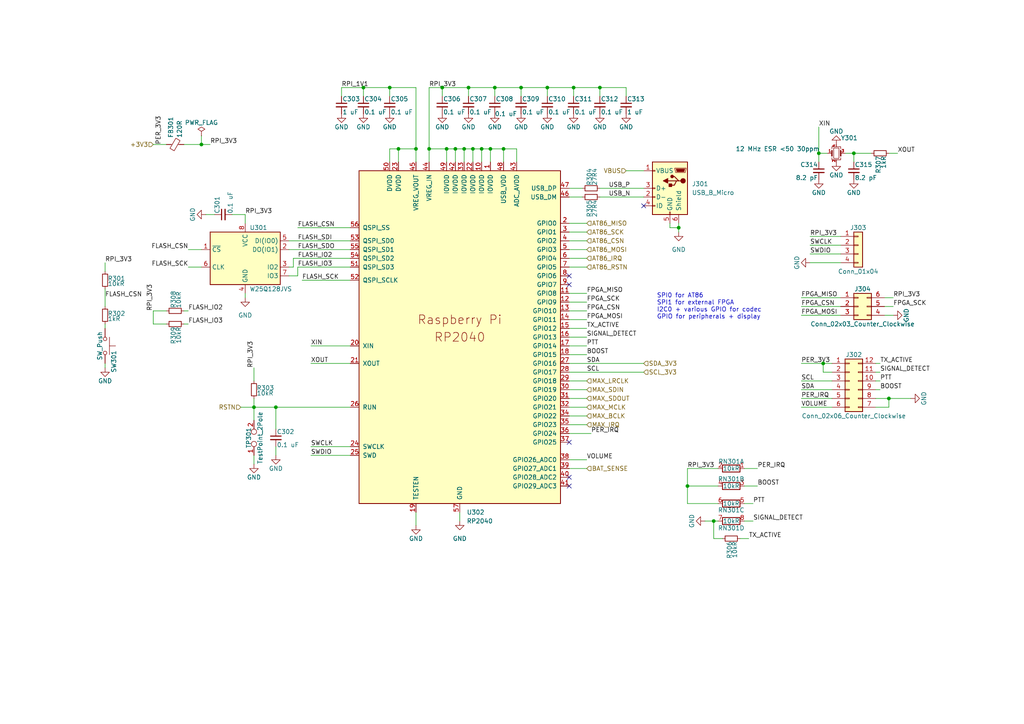
<source format=kicad_sch>
(kicad_sch (version 20211123) (generator eeschema)
  (paper "A4")
  (lib_symbols
    (symbol "Connector:TestPoint_2Pole" (pin_names (offset 0.762) hide)
      (property "Reference" "TP" (at 0 1.524 0))
      (property "Value" "TestPoint_2Pole" (at 0 -1.778 0))
      (symbol "TestPoint_2Pole_0_1"
        (circle (center -1.778 0) (radius 0.762))
        (circle (center 1.778 0) (radius 0.762))
        (pin passive line (at -5.08 0 0) (length 2.54) (name "1") (number "1"))
        (pin passive line (at 5.08 0 180) (length 2.54) (name "2") (number "2"))
      )
    )
    (symbol "Connector:USB_B_Micro" (pin_names (offset 1.016))
      (property "Reference" "J" (at -5.08 11.43 0))
      (property "Value" "USB_B_Micro" (at -5.08 8.89 0))
      (symbol "USB_B_Micro_0_1"
        (rectangle (start -5.08 -7.62) (end 5.08 7.62) (stroke (width 0.254)) (fill (type background)))
        (circle (center -3.81 2.159) (radius 0.635) (stroke (width 0.254)) (fill (type outline)))
        (circle (center -0.635 3.429) (radius 0.381) (stroke (width 0.254)) (fill (type outline)))
        (rectangle (start -0.127 -7.62) (end 0.127 -6.858))
        (polyline (pts (xy -1.905 2.159) (xy 0.635 2.159)) (stroke (width 0.254)))
        (polyline (pts (xy -3.175 2.159) (xy -2.54 2.159) (xy -1.27 3.429) (xy -0.635 3.429)) (stroke (width 0.254)))
        (polyline (pts (xy -2.54 2.159) (xy -1.905 2.159) (xy -1.27 0.889) (xy 0 0.889)) (stroke (width 0.254)))
        (polyline (pts (xy 0.635 2.794) (xy 0.635 1.524) (xy 1.905 2.159) (xy 0.635 2.794)) (stroke (width 0.254)) (fill (type outline)))
        (polyline (pts (xy -4.318 5.588) (xy -1.778 5.588) (xy -2.032 4.826) (xy -4.064 4.826) (xy -4.318 5.588)) (fill (type outline)))
        (polyline (pts (xy -4.699 5.842) (xy -4.699 5.588) (xy -4.445 4.826) (xy -4.445 4.572) (xy -1.651 4.572) (xy -1.651 4.826) (xy -1.397 5.588) (xy -1.397 5.842) (xy -4.699 5.842)))
        (rectangle (start 0.254 1.27) (end -0.508 0.508) (stroke (width 0.254)) (fill (type outline)))
        (rectangle (start 5.08 -5.207) (end 4.318 -4.953))
        (rectangle (start 5.08 -2.667) (end 4.318 -2.413))
        (rectangle (start 5.08 -0.127) (end 4.318 0.127))
        (rectangle (start 5.08 4.953) (end 4.318 5.207))
      )
      (symbol "USB_B_Micro_1_1"
        (pin power_out line (at 7.62 5.08 180) (length 2.54) (name "VBUS") (number "1"))
        (pin bidirectional line (at 7.62 -2.54 180) (length 2.54) (name "D-") (number "2"))
        (pin bidirectional line (at 7.62 0 180) (length 2.54) (name "D+") (number "3"))
        (pin passive line (at 7.62 -5.08 180) (length 2.54) (name "ID") (number "4"))
        (pin power_out line (at 0 -10.16 90) (length 2.54) (name "GND") (number "5"))
        (pin passive line (at -2.54 -10.16 90) (length 2.54) (name "Shield") (number "6"))
      )
    )
    (symbol "Connector_Generic:Conn_01x04" (pin_names (offset 1.016) hide)
      (property "Reference" "J" (at 0 5.08 0))
      (property "Value" "Conn_01x04" (at 0 -7.62 0))
      (symbol "Conn_01x04_1_1"
        (rectangle (start -1.27 -4.953) (end 0 -5.207) (stroke (width 0.1524)))
        (rectangle (start -1.27 -2.413) (end 0 -2.667) (stroke (width 0.1524)))
        (rectangle (start -1.27 0.127) (end 0 -0.127) (stroke (width 0.1524)))
        (rectangle (start -1.27 2.667) (end 0 2.413) (stroke (width 0.1524)))
        (rectangle (start -1.27 3.81) (end 1.27 -6.35) (stroke (width 0.254)) (fill (type background)))
        (pin passive line (at -5.08 2.54 0) (length 3.81) (name "Pin_1") (number "1"))
        (pin passive line (at -5.08 0 0) (length 3.81) (name "Pin_2") (number "2"))
        (pin passive line (at -5.08 -2.54 0) (length 3.81) (name "Pin_3") (number "3"))
        (pin passive line (at -5.08 -5.08 0) (length 3.81) (name "Pin_4") (number "4"))
      )
    )
    (symbol "Connector_Generic:Conn_02x03_Counter_Clockwise" (pin_names (offset 1.016) hide)
      (property "Reference" "J" (at 1.27 5.08 0))
      (property "Value" "Conn_02x03_Counter_Clockwise" (at 1.27 -5.08 0))
      (symbol "Conn_02x03_Counter_Clockwise_1_1"
        (rectangle (start -1.27 -2.413) (end 0 -2.667) (stroke (width 0.1524)))
        (rectangle (start -1.27 0.127) (end 0 -0.127) (stroke (width 0.1524)))
        (rectangle (start -1.27 2.667) (end 0 2.413) (stroke (width 0.1524)))
        (rectangle (start -1.27 3.81) (end 3.81 -3.81) (stroke (width 0.254)) (fill (type background)))
        (rectangle (start 3.81 -2.413) (end 2.54 -2.667) (stroke (width 0.1524)))
        (rectangle (start 3.81 0.127) (end 2.54 -0.127) (stroke (width 0.1524)))
        (rectangle (start 3.81 2.667) (end 2.54 2.413) (stroke (width 0.1524)))
        (pin passive line (at -5.08 2.54 0) (length 3.81) (name "Pin_1") (number "1"))
        (pin passive line (at -5.08 0 0) (length 3.81) (name "Pin_2") (number "2"))
        (pin passive line (at -5.08 -2.54 0) (length 3.81) (name "Pin_3") (number "3"))
        (pin passive line (at 7.62 -2.54 180) (length 3.81) (name "Pin_4") (number "4"))
        (pin passive line (at 7.62 0 180) (length 3.81) (name "Pin_5") (number "5"))
        (pin passive line (at 7.62 2.54 180) (length 3.81) (name "Pin_6") (number "6"))
      )
    )
    (symbol "Connector_Generic:Conn_02x06_Counter_Clockwise" (pin_names (offset 1.016) hide)
      (property "Reference" "J" (at 1.27 7.62 0))
      (property "Value" "Conn_02x06_Counter_Clockwise" (at 1.27 -10.16 0))
      (symbol "Conn_02x06_Counter_Clockwise_1_1"
        (rectangle (start -1.27 -7.493) (end 0 -7.747) (stroke (width 0.1524)))
        (rectangle (start -1.27 -4.953) (end 0 -5.207) (stroke (width 0.1524)))
        (rectangle (start -1.27 -2.413) (end 0 -2.667) (stroke (width 0.1524)))
        (rectangle (start -1.27 0.127) (end 0 -0.127) (stroke (width 0.1524)))
        (rectangle (start -1.27 2.667) (end 0 2.413) (stroke (width 0.1524)))
        (rectangle (start -1.27 5.207) (end 0 4.953) (stroke (width 0.1524)))
        (rectangle (start -1.27 6.35) (end 3.81 -8.89) (stroke (width 0.254)) (fill (type background)))
        (rectangle (start 3.81 -7.493) (end 2.54 -7.747) (stroke (width 0.1524)))
        (rectangle (start 3.81 -4.953) (end 2.54 -5.207) (stroke (width 0.1524)))
        (rectangle (start 3.81 -2.413) (end 2.54 -2.667) (stroke (width 0.1524)))
        (rectangle (start 3.81 0.127) (end 2.54 -0.127) (stroke (width 0.1524)))
        (rectangle (start 3.81 2.667) (end 2.54 2.413) (stroke (width 0.1524)))
        (rectangle (start 3.81 5.207) (end 2.54 4.953) (stroke (width 0.1524)))
        (pin passive line (at -5.08 5.08 0) (length 3.81) (name "Pin_1") (number "1"))
        (pin passive line (at 7.62 0 180) (length 3.81) (name "Pin_10") (number "10"))
        (pin passive line (at 7.62 2.54 180) (length 3.81) (name "Pin_11") (number "11"))
        (pin passive line (at 7.62 5.08 180) (length 3.81) (name "Pin_12") (number "12"))
        (pin passive line (at -5.08 2.54 0) (length 3.81) (name "Pin_2") (number "2"))
        (pin passive line (at -5.08 0 0) (length 3.81) (name "Pin_3") (number "3"))
        (pin passive line (at -5.08 -2.54 0) (length 3.81) (name "Pin_4") (number "4"))
        (pin passive line (at -5.08 -5.08 0) (length 3.81) (name "Pin_5") (number "5"))
        (pin passive line (at -5.08 -7.62 0) (length 3.81) (name "Pin_6") (number "6"))
        (pin passive line (at 7.62 -7.62 180) (length 3.81) (name "Pin_7") (number "7"))
        (pin passive line (at 7.62 -5.08 180) (length 3.81) (name "Pin_8") (number "8"))
        (pin passive line (at 7.62 -2.54 180) (length 3.81) (name "Pin_9") (number "9"))
      )
    )
    (symbol "Device:C_Small" (pin_numbers hide) (pin_names (offset 0.254) hide)
      (property "Reference" "C" (at 0.254 1.778 0))
      (property "Value" "C_Small" (at 0.254 -2.032 0))
      (symbol "C_Small_0_1"
        (polyline (pts (xy -1.524 -0.508) (xy 1.524 -0.508)) (stroke (width 0.3302)))
        (polyline (pts (xy -1.524 0.508) (xy 1.524 0.508)) (stroke (width 0.3048)))
      )
      (symbol "C_Small_1_1"
        (pin passive line (at 0 2.54 270) (length 2.032) (name "~") (number "1"))
        (pin passive line (at 0 -2.54 90) (length 2.032) (name "~") (number "2"))
      )
    )
    (symbol "Device:Crystal_GND24_Small" (pin_names (offset 1.016) hide)
      (property "Reference" "Y" (at 1.27 4.445 0))
      (property "Value" "Crystal_GND24_Small" (at 1.27 2.54 0))
      (symbol "Crystal_GND24_Small_0_1"
        (rectangle (start -0.762 -1.524) (end 0.762 1.524))
        (polyline (pts (xy -1.27 -0.762) (xy -1.27 0.762)) (stroke (width 0.381)))
        (polyline (pts (xy 1.27 -0.762) (xy 1.27 0.762)) (stroke (width 0.381)))
        (polyline (pts (xy -1.27 -1.27) (xy -1.27 -1.905) (xy 1.27 -1.905) (xy 1.27 -1.27)))
        (polyline (pts (xy -1.27 1.27) (xy -1.27 1.905) (xy 1.27 1.905) (xy 1.27 1.27)))
      )
      (symbol "Crystal_GND24_Small_1_1"
        (pin passive line (at -2.54 0 0) (length 1.27) (name "1") (number "1"))
        (pin passive line (at 0 -2.54 90) (length 0.635) (name "2") (number "2"))
        (pin passive line (at 2.54 0 180) (length 1.27) (name "3") (number "3"))
        (pin passive line (at 0 2.54 270) (length 0.635) (name "4") (number "4"))
      )
    )
    (symbol "Device:FerriteBead_Small" (pin_numbers hide) (pin_names (offset 0))
      (property "Reference" "FB" (at 1.905 1.27 0))
      (property "Value" "FerriteBead_Small" (at 1.905 -1.27 0))
      (symbol "FerriteBead_Small_0_1"
        (polyline (pts (xy 0 -1.27) (xy 0 -0.7874)))
        (polyline (pts (xy 0 0.889) (xy 0 1.2954)))
        (polyline (pts (xy -1.8288 0.2794) (xy -1.1176 1.4986) (xy 1.8288 -0.2032) (xy 1.1176 -1.4224) (xy -1.8288 0.2794)))
      )
      (symbol "FerriteBead_Small_1_1"
        (pin passive line (at 0 2.54 270) (length 1.27) (name "~") (number "1"))
        (pin passive line (at 0 -2.54 90) (length 1.27) (name "~") (number "2"))
      )
    )
    (symbol "Device:R_Pack04_SIP_Split" (pin_names (offset 0) hide)
      (property "Reference" "RN" (at 2.032 0 90))
      (property "Value" "R_Pack04_SIP_Split" (at 0 0 90))
      (symbol "R_Pack04_SIP_Split_0_1"
        (rectangle (start 1.016 2.54) (end -1.016 -2.54) (stroke (width 0.254)))
      )
      (symbol "R_Pack04_SIP_Split_1_1"
        (pin passive line (at 0 -3.81 90) (length 1.27) (name "R1.1") (number "1"))
        (pin passive line (at 0 3.81 270) (length 1.27) (name "R1.2") (number "2"))
      )
      (symbol "R_Pack04_SIP_Split_2_1"
        (pin passive line (at 0 -3.81 90) (length 1.27) (name "R2.1") (number "3"))
        (pin passive line (at 0 3.81 270) (length 1.27) (name "R2.2") (number "4"))
      )
      (symbol "R_Pack04_SIP_Split_3_1"
        (pin passive line (at 0 -3.81 90) (length 1.27) (name "R3.1") (number "5"))
        (pin passive line (at 0 3.81 270) (length 1.27) (name "R3.2") (number "6"))
      )
      (symbol "R_Pack04_SIP_Split_4_1"
        (pin passive line (at 0 -3.81 90) (length 1.27) (name "R4.1") (number "7"))
        (pin passive line (at 0 3.81 270) (length 1.27) (name "R4.2") (number "8"))
      )
    )
    (symbol "Device:R_Small" (pin_numbers hide) (pin_names (offset 0.254) hide)
      (property "Reference" "R" (at 0.762 0.508 0))
      (property "Value" "R_Small" (at 0.762 -1.016 0))
      (symbol "R_Small_0_1"
        (rectangle (start -0.762 1.778) (end 0.762 -1.778) (stroke (width 0.2032)))
      )
      (symbol "R_Small_1_1"
        (pin passive line (at 0 2.54 270) (length 0.762) (name "~") (number "1"))
        (pin passive line (at 0 -2.54 90) (length 0.762) (name "~") (number "2"))
      )
    )
    (symbol "MCU_RaspberryPi_and_Boards:RP2040" (pin_names (offset 1.016))
      (property "Reference" "U" (at -29.21 49.53 0))
      (property "Value" "RP2040" (at 24.13 -49.53 0))
      (symbol "RP2040_0_0"
        (text "Raspberry Pi" (at 0 5.08 0) (effects (font (size 2.54 2.54))))
        (text "RP2040" (at 0 0 0) (effects (font (size 2.54 2.54))))
      )
      (symbol "RP2040_0_1"
        (rectangle (start 29.21 48.26) (end -29.21 -48.26) (stroke (width 0.254)) (fill (type background)))
      )
      (symbol "RP2040_1_1"
        (pin power_in line (at 8.89 50.8 270) (length 2.54) (name "IOVDD") (number "1"))
        (pin power_in line (at 6.35 50.8 270) (length 2.54) (name "IOVDD") (number "10"))
        (pin bidirectional line (at 31.75 12.7 180) (length 2.54) (name "GPIO8") (number "11"))
        (pin bidirectional line (at 31.75 10.16 180) (length 2.54) (name "GPIO9") (number "12"))
        (pin bidirectional line (at 31.75 7.62 180) (length 2.54) (name "GPIO10") (number "13"))
        (pin bidirectional line (at 31.75 5.08 180) (length 2.54) (name "GPIO11") (number "14"))
        (pin bidirectional line (at 31.75 2.54 180) (length 2.54) (name "GPIO12") (number "15"))
        (pin bidirectional line (at 31.75 0 180) (length 2.54) (name "GPIO13") (number "16"))
        (pin bidirectional line (at 31.75 -2.54 180) (length 2.54) (name "GPIO14") (number "17"))
        (pin bidirectional line (at 31.75 -5.08 180) (length 2.54) (name "GPIO15") (number "18"))
        (pin passive line (at -12.7 -50.8 90) (length 2.54) (name "TESTEN") (number "19"))
        (pin bidirectional line (at 31.75 33.02 180) (length 2.54) (name "GPIO0") (number "2"))
        (pin input line (at -31.75 -2.54 0) (length 2.54) (name "XIN") (number "20"))
        (pin passive line (at -31.75 -7.62 0) (length 2.54) (name "XOUT") (number "21"))
        (pin power_in line (at 3.81 50.8 270) (length 2.54) (name "IOVDD") (number "22"))
        (pin power_in line (at -17.78 50.8 270) (length 2.54) (name "DVDD") (number "23"))
        (pin output line (at -31.75 -31.75 0) (length 2.54) (name "SWCLK") (number "24"))
        (pin bidirectional line (at -31.75 -34.29 0) (length 2.54) (name "SWD") (number "25"))
        (pin input line (at -31.75 -20.32 0) (length 2.54) (name "RUN") (number "26"))
        (pin bidirectional line (at 31.75 -7.62 180) (length 2.54) (name "GPIO16") (number "27"))
        (pin bidirectional line (at 31.75 -10.16 180) (length 2.54) (name "GPIO17") (number "28"))
        (pin bidirectional line (at 31.75 -12.7 180) (length 2.54) (name "GPIO18") (number "29"))
        (pin bidirectional line (at 31.75 30.48 180) (length 2.54) (name "GPIO1") (number "3"))
        (pin bidirectional line (at 31.75 -15.24 180) (length 2.54) (name "GPIO19") (number "30"))
        (pin bidirectional line (at 31.75 -17.78 180) (length 2.54) (name "GPIO20") (number "31"))
        (pin bidirectional line (at 31.75 -20.32 180) (length 2.54) (name "GPIO21") (number "32"))
        (pin power_in line (at 1.27 50.8 270) (length 2.54) (name "IOVDD") (number "33"))
        (pin bidirectional line (at 31.75 -22.86 180) (length 2.54) (name "GPIO22") (number "34"))
        (pin bidirectional line (at 31.75 -25.4 180) (length 2.54) (name "GPIO23") (number "35"))
        (pin bidirectional line (at 31.75 -27.94 180) (length 2.54) (name "GPIO24") (number "36"))
        (pin bidirectional line (at 31.75 -30.48 180) (length 2.54) (name "GPIO25") (number "37"))
        (pin bidirectional line (at 31.75 -35.56 180) (length 2.54) (name "GPIO26_ADC0") (number "38"))
        (pin bidirectional line (at 31.75 -38.1 180) (length 2.54) (name "GPIO27_ADC1") (number "39"))
        (pin bidirectional line (at 31.75 27.94 180) (length 2.54) (name "GPIO2") (number "4"))
        (pin bidirectional line (at 31.75 -40.64 180) (length 2.54) (name "GPIO28_ADC2") (number "40"))
        (pin bidirectional line (at 31.75 -43.18 180) (length 2.54) (name "GPIO29_ADC3") (number "41"))
        (pin power_in line (at -1.27 50.8 270) (length 2.54) (name "IOVDD") (number "42"))
        (pin power_in line (at 16.51 50.8 270) (length 2.54) (name "ADC_AVDD") (number "43"))
        (pin power_in line (at -8.89 50.8 270) (length 2.54) (name "VREG_IN") (number "44"))
        (pin power_out line (at -12.7 50.8 270) (length 2.54) (name "VREG_VOUT") (number "45"))
        (pin bidirectional line (at 31.75 40.64 180) (length 2.54) (name "USB_DM") (number "46"))
        (pin bidirectional line (at 31.75 43.18 180) (length 2.54) (name "USB_DP") (number "47"))
        (pin power_in line (at 12.7 50.8 270) (length 2.54) (name "USB_VDD") (number "48"))
        (pin power_in line (at -3.81 50.8 270) (length 2.54) (name "IOVDD") (number "49"))
        (pin bidirectional line (at 31.75 25.4 180) (length 2.54) (name "GPIO3") (number "5"))
        (pin power_in line (at -20.32 50.8 270) (length 2.54) (name "DVDD") (number "50"))
        (pin bidirectional line (at -31.75 20.32 0) (length 2.54) (name "QSPI_SD3") (number "51"))
        (pin output line (at -31.75 16.51 0) (length 2.54) (name "QSPI_SCLK") (number "52"))
        (pin bidirectional line (at -31.75 27.94 0) (length 2.54) (name "QSPI_SD0") (number "53"))
        (pin bidirectional line (at -31.75 22.86 0) (length 2.54) (name "QSPI_SD2") (number "54"))
        (pin bidirectional line (at -31.75 25.4 0) (length 2.54) (name "QSPI_SD1") (number "55"))
        (pin bidirectional line (at -31.75 31.75 0) (length 2.54) (name "QSPI_SS") (number "56"))
        (pin power_in line (at 0 -50.8 90) (length 2.54) (name "GND") (number "57"))
        (pin bidirectional line (at 31.75 22.86 180) (length 2.54) (name "GPIO4") (number "6"))
        (pin bidirectional line (at 31.75 20.32 180) (length 2.54) (name "GPIO5") (number "7"))
        (pin bidirectional line (at 31.75 17.78 180) (length 2.54) (name "GPIO6") (number "8"))
        (pin bidirectional line (at 31.75 15.24 180) (length 2.54) (name "GPIO7") (number "9"))
      )
    )
    (symbol "Memory_Flash:W25Q128JVS"
      (property "Reference" "U" (at -8.89 8.89 0))
      (property "Value" "W25Q128JVS" (at 7.62 8.89 0))
      (symbol "W25Q128JVS_0_1"
        (rectangle (start -10.16 7.62) (end 10.16 -7.62) (stroke (width 0.254)) (fill (type background)))
      )
      (symbol "W25Q128JVS_1_1"
        (pin input line (at -12.7 2.54 0) (length 2.54) (name "~{CS}") (number "1"))
        (pin bidirectional line (at 12.7 2.54 180) (length 2.54) (name "DO(IO1)") (number "2"))
        (pin bidirectional line (at 12.7 -2.54 180) (length 2.54) (name "IO2") (number "3"))
        (pin power_in line (at 0 -10.16 90) (length 2.54) (name "GND") (number "4"))
        (pin bidirectional line (at 12.7 5.08 180) (length 2.54) (name "DI(IO0)") (number "5"))
        (pin input line (at -12.7 -2.54 0) (length 2.54) (name "CLK") (number "6"))
        (pin bidirectional line (at 12.7 -5.08 180) (length 2.54) (name "IO3") (number "7"))
        (pin power_in line (at 0 10.16 270) (length 2.54) (name "VCC") (number "8"))
      )
    )
    (symbol "Switch:SW_Push" (pin_numbers hide) (pin_names (offset 1.016) hide)
      (property "Reference" "SW" (at 1.27 2.54 0))
      (property "Value" "SW_Push" (at 0 -1.524 0))
      (symbol "SW_Push_0_1"
        (circle (center -2.032 0) (radius 0.508))
        (polyline (pts (xy 0 1.27) (xy 0 3.048)))
        (polyline (pts (xy 2.54 1.27) (xy -2.54 1.27)))
        (circle (center 2.032 0) (radius 0.508))
        (pin passive line (at -5.08 0 0) (length 2.54) (name "1") (number "1"))
        (pin passive line (at 5.08 0 180) (length 2.54) (name "2") (number "2"))
      )
    )
    (symbol "power:GND" (power) (pin_names (offset 0))
      (property "Value" "GND" (at 0 -3.81 0))
      (symbol "GND_0_1"
        (polyline (pts (xy 0 0) (xy 0 -1.27) (xy 1.27 -1.27) (xy 0 -2.54) (xy -1.27 -1.27) (xy 0 -1.27)))
      )
      (symbol "GND_1_1"
        (pin power_in line (at 0 0 270) (length 0) hide (name "GND") (number "1"))
      )
    )
    (symbol "power:PWR_FLAG" (power) (pin_numbers hide) (pin_names (offset 0) hide)
      (property "Value" "PWR_FLAG" (at 0 3.81 0))
      (symbol "PWR_FLAG_0_0"
        (pin power_out line (at 0 0 90) (length 0) (name "pwr") (number "1"))
      )
      (symbol "PWR_FLAG_0_1"
        (polyline (pts (xy 0 0) (xy 0 1.27) (xy -1.016 1.905) (xy 0 2.54) (xy 1.016 1.905) (xy 0 1.27)))
      )
    )
  )
  (junction (at 58.42 41.91))
  (junction (at 237.49 44.45))
  (junction (at 113.03 25.4))
  (junction (at 120.65 43.18))
  (junction (at 137.16 43.18))
  (junction (at 247.65 44.45))
  (junction (at 135.89 25.4))
  (junction (at 166.37 25.4))
  (junction (at 142.24 43.18))
  (junction (at 158.75 25.4))
  (junction (at 80.01 118.11))
  (junction (at 139.7 43.18))
  (junction (at 73.66 118.11))
  (junction (at 115.57 43.18))
  (junction (at 124.46 43.18))
  (junction (at 134.62 43.18))
  (junction (at 128.27 25.4))
  (junction (at 143.51 25.4))
  (junction (at 173.99 25.4))
  (junction (at 132.08 43.18))
  (junction (at 199.39 140.97))
  (junction (at 238.76 105.41))
  (junction (at 146.05 43.18))
  (junction (at 105.41 25.4))
  (junction (at 196.85 66.04))
  (junction (at 207.01 151.13))
  (junction (at 151.13 25.4))
  (junction (at 129.54 43.18))
  (junction (at 257.81 115.57))
  (no_connect (at 186.69 59.69))
  (no_connect (at 165.1 140.97))
  (no_connect (at 165.1 128.27))
  (no_connect (at 165.1 138.43))
  (no_connect (at 165.1 80.01))
  (no_connect (at 165.1 82.55))
  (wire (pts (xy 234.95 68.58) (xy 243.84 68.58)))
  (wire (pts (xy 165.1 67.31) (xy 170.18 67.31)))
  (wire (pts (xy 173.99 25.4) (xy 181.61 25.4)))
  (wire (pts (xy 73.66 132.08) (xy 73.66 134.62)))
  (wire (pts (xy 44.45 41.91) (xy 48.26 41.91)))
  (wire (pts (xy 129.54 43.18) (xy 129.54 46.99)))
  (wire (pts (xy 151.13 25.4) (xy 158.75 25.4)))
  (wire (pts (xy 71.12 85.09) (xy 71.12 86.36)))
  (wire (pts (xy 73.66 118.11) (xy 73.66 121.92)))
  (wire (pts (xy 128.27 25.4) (xy 135.89 25.4)))
  (wire (pts (xy 199.39 146.05) (xy 208.28 146.05)))
  (wire (pts (xy 86.36 77.47) (xy 86.36 80.01)))
  (wire (pts (xy 71.12 62.23) (xy 71.12 64.77)))
  (wire (pts (xy 134.62 43.18) (xy 134.62 46.99)))
  (wire (pts (xy 73.66 115.57) (xy 73.66 118.11)))
  (wire (pts (xy 120.65 43.18) (xy 120.65 25.4)))
  (wire (pts (xy 87.63 81.28) (xy 101.6 81.28)))
  (wire (pts (xy 165.1 110.49) (xy 170.18 110.49)))
  (wire (pts (xy 232.41 110.49) (xy 241.3 110.49)))
  (wire (pts (xy 132.08 43.18) (xy 132.08 46.99)))
  (wire (pts (xy 234.95 73.66) (xy 243.84 73.66)))
  (wire (pts (xy 165.1 74.93) (xy 170.18 74.93)))
  (wire (pts (xy 232.41 115.57) (xy 241.3 115.57)))
  (wire (pts (xy 165.1 115.57) (xy 170.18 115.57)))
  (wire (pts (xy 245.11 44.45) (xy 247.65 44.45)))
  (wire (pts (xy 256.54 86.36) (xy 259.08 86.36)))
  (wire (pts (xy 73.66 106.68) (xy 73.66 110.49)))
  (wire (pts (xy 196.85 66.04) (xy 196.85 67.31)))
  (wire (pts (xy 30.48 105.41) (xy 30.48 106.68)))
  (wire (pts (xy 194.31 64.77) (xy 194.31 66.04)))
  (wire (pts (xy 124.46 25.4) (xy 124.46 43.18)))
  (wire (pts (xy 30.48 93.98) (xy 30.48 95.25)))
  (wire (pts (xy 165.1 135.89) (xy 170.18 135.89)))
  (wire (pts (xy 135.89 25.4) (xy 143.51 25.4)))
  (wire (pts (xy 165.1 90.17) (xy 170.18 90.17)))
  (wire (pts (xy 143.51 25.4) (xy 151.13 25.4)))
  (wire (pts (xy 80.01 129.54) (xy 80.01 132.08)))
  (wire (pts (xy 194.31 66.04) (xy 196.85 66.04)))
  (wire (pts (xy 165.1 118.11) (xy 170.18 118.11)))
  (wire (pts (xy 173.99 54.61) (xy 186.69 54.61)))
  (wire (pts (xy 199.39 140.97) (xy 199.39 146.05)))
  (wire (pts (xy 124.46 46.99) (xy 124.46 43.18)))
  (wire (pts (xy 165.1 92.71) (xy 170.18 92.71)))
  (wire (pts (xy 44.45 93.98) (xy 48.26 93.98)))
  (wire (pts (xy 85.09 74.93) (xy 101.6 74.93)))
  (wire (pts (xy 232.41 105.41) (xy 238.76 105.41)))
  (wire (pts (xy 58.42 41.91) (xy 60.96 41.91)))
  (wire (pts (xy 135.89 25.4) (xy 135.89 27.94)))
  (wire (pts (xy 254 115.57) (xy 257.81 115.57)))
  (wire (pts (xy 257.81 118.11) (xy 254 118.11)))
  (wire (pts (xy 234.95 76.2) (xy 243.84 76.2)))
  (wire (pts (xy 113.03 25.4) (xy 113.03 27.94)))
  (wire (pts (xy 134.62 43.18) (xy 137.16 43.18)))
  (wire (pts (xy 105.41 25.4) (xy 113.03 25.4)))
  (wire (pts (xy 101.6 77.47) (xy 86.36 77.47)))
  (wire (pts (xy 257.81 115.57) (xy 257.81 118.11)))
  (wire (pts (xy 232.41 86.36) (xy 243.84 86.36)))
  (wire (pts (xy 80.01 118.11) (xy 80.01 124.46)))
  (wire (pts (xy 215.9 135.89) (xy 219.71 135.89)))
  (wire (pts (xy 165.1 123.19) (xy 170.18 123.19)))
  (wire (pts (xy 143.51 25.4) (xy 143.51 27.94)))
  (wire (pts (xy 165.1 72.39) (xy 170.18 72.39)))
  (wire (pts (xy 59.69 62.23) (xy 62.23 62.23)))
  (wire (pts (xy 137.16 43.18) (xy 137.16 46.99)))
  (wire (pts (xy 165.1 77.47) (xy 170.18 77.47)))
  (wire (pts (xy 247.65 44.45) (xy 247.65 46.99)))
  (wire (pts (xy 165.1 54.61) (xy 168.91 54.61)))
  (wire (pts (xy 30.48 83.82) (xy 30.48 88.9)))
  (wire (pts (xy 165.1 107.95) (xy 186.69 107.95)))
  (wire (pts (xy 232.41 113.03) (xy 241.3 113.03)))
  (wire (pts (xy 196.85 64.77) (xy 196.85 66.04)))
  (wire (pts (xy 181.61 27.94) (xy 181.61 25.4)))
  (wire (pts (xy 53.34 41.91) (xy 58.42 41.91)))
  (wire (pts (xy 165.1 64.77) (xy 170.18 64.77)))
  (wire (pts (xy 90.17 100.33) (xy 101.6 100.33)))
  (wire (pts (xy 165.1 100.33) (xy 170.18 100.33)))
  (wire (pts (xy 129.54 43.18) (xy 132.08 43.18)))
  (wire (pts (xy 166.37 25.4) (xy 173.99 25.4)))
  (wire (pts (xy 238.76 105.41) (xy 238.76 107.95)))
  (wire (pts (xy 132.08 43.18) (xy 134.62 43.18)))
  (wire (pts (xy 165.1 125.73) (xy 171.45 125.73)))
  (wire (pts (xy 83.82 72.39) (xy 101.6 72.39)))
  (wire (pts (xy 256.54 88.9) (xy 259.08 88.9)))
  (wire (pts (xy 234.95 71.12) (xy 243.84 71.12)))
  (wire (pts (xy 207.01 156.21) (xy 207.01 151.13)))
  (wire (pts (xy 165.1 85.09) (xy 170.18 85.09)))
  (wire (pts (xy 124.46 43.18) (xy 129.54 43.18)))
  (wire (pts (xy 256.54 91.44) (xy 259.08 91.44)))
  (wire (pts (xy 207.01 151.13) (xy 208.28 151.13)))
  (wire (pts (xy 58.42 39.37) (xy 58.42 41.91)))
  (wire (pts (xy 173.99 25.4) (xy 173.99 27.94)))
  (wire (pts (xy 254 107.95) (xy 255.27 107.95)))
  (wire (pts (xy 204.47 151.13) (xy 207.01 151.13)))
  (wire (pts (xy 85.09 77.47) (xy 85.09 74.93)))
  (wire (pts (xy 215.9 146.05) (xy 218.44 146.05)))
  (wire (pts (xy 86.36 80.01) (xy 83.82 80.01)))
  (wire (pts (xy 149.86 43.18) (xy 149.86 46.99)))
  (wire (pts (xy 105.41 25.4) (xy 105.41 27.94)))
  (wire (pts (xy 240.03 44.45) (xy 237.49 44.45)))
  (wire (pts (xy 254 110.49) (xy 255.27 110.49)))
  (wire (pts (xy 165.1 87.63) (xy 170.18 87.63)))
  (wire (pts (xy 146.05 43.18) (xy 146.05 46.99)))
  (wire (pts (xy 146.05 43.18) (xy 149.86 43.18)))
  (wire (pts (xy 83.82 69.85) (xy 101.6 69.85)))
  (wire (pts (xy 99.06 25.4) (xy 105.41 25.4)))
  (wire (pts (xy 215.9 151.13) (xy 218.44 151.13)))
  (wire (pts (xy 73.66 118.11) (xy 80.01 118.11)))
  (wire (pts (xy 139.7 43.18) (xy 139.7 46.99)))
  (wire (pts (xy 215.9 140.97) (xy 219.71 140.97)))
  (wire (pts (xy 232.41 118.11) (xy 241.3 118.11)))
  (wire (pts (xy 237.49 44.45) (xy 237.49 46.99)))
  (wire (pts (xy 113.03 25.4) (xy 120.65 25.4)))
  (wire (pts (xy 199.39 140.97) (xy 199.39 135.89)))
  (wire (pts (xy 165.1 69.85) (xy 170.18 69.85)))
  (wire (pts (xy 54.61 72.39) (xy 58.42 72.39)))
  (wire (pts (xy 165.1 102.87) (xy 170.18 102.87)))
  (wire (pts (xy 165.1 113.03) (xy 170.18 113.03)))
  (wire (pts (xy 247.65 44.45) (xy 252.73 44.45)))
  (wire (pts (xy 254 113.03) (xy 255.27 113.03)))
  (wire (pts (xy 139.7 43.18) (xy 142.24 43.18)))
  (wire (pts (xy 120.65 148.59) (xy 120.65 152.4)))
  (wire (pts (xy 90.17 129.54) (xy 101.6 129.54)))
  (wire (pts (xy 120.65 43.18) (xy 115.57 43.18)))
  (wire (pts (xy 128.27 25.4) (xy 128.27 27.94)))
  (wire (pts (xy 165.1 120.65) (xy 170.18 120.65)))
  (wire (pts (xy 115.57 43.18) (xy 115.57 46.99)))
  (wire (pts (xy 257.81 44.45) (xy 260.35 44.45)))
  (wire (pts (xy 166.37 25.4) (xy 166.37 27.94)))
  (wire (pts (xy 208.28 140.97) (xy 199.39 140.97)))
  (wire (pts (xy 124.46 25.4) (xy 128.27 25.4)))
  (wire (pts (xy 120.65 46.99) (xy 120.65 43.18)))
  (wire (pts (xy 142.24 43.18) (xy 146.05 43.18)))
  (wire (pts (xy 69.85 118.11) (xy 73.66 118.11)))
  (wire (pts (xy 113.03 43.18) (xy 113.03 46.99)))
  (wire (pts (xy 86.36 66.04) (xy 101.6 66.04)))
  (wire (pts (xy 165.1 97.79) (xy 170.18 97.79)))
  (wire (pts (xy 30.48 76.2) (xy 30.48 78.74)))
  (wire (pts (xy 209.55 156.21) (xy 207.01 156.21)))
  (wire (pts (xy 133.35 148.59) (xy 133.35 151.13)))
  (wire (pts (xy 165.1 133.35) (xy 170.18 133.35)))
  (wire (pts (xy 181.61 49.53) (xy 186.69 49.53)))
  (wire (pts (xy 165.1 95.25) (xy 170.18 95.25)))
  (wire (pts (xy 237.49 44.45) (xy 237.49 36.83)))
  (wire (pts (xy 90.17 105.41) (xy 101.6 105.41)))
  (wire (pts (xy 90.17 132.08) (xy 101.6 132.08)))
  (wire (pts (xy 137.16 43.18) (xy 139.7 43.18)))
  (wire (pts (xy 99.06 27.94) (xy 99.06 25.4)))
  (wire (pts (xy 54.61 77.47) (xy 58.42 77.47)))
  (wire (pts (xy 67.31 62.23) (xy 71.12 62.23)))
  (wire (pts (xy 254 105.41) (xy 255.27 105.41)))
  (wire (pts (xy 199.39 135.89) (xy 208.28 135.89)))
  (wire (pts (xy 53.34 93.98) (xy 54.61 93.98)))
  (wire (pts (xy 214.63 156.21) (xy 217.17 156.21)))
  (wire (pts (xy 238.76 105.41) (xy 241.3 105.41)))
  (wire (pts (xy 173.99 57.15) (xy 186.69 57.15)))
  (wire (pts (xy 232.41 91.44) (xy 243.84 91.44)))
  (wire (pts (xy 80.01 118.11) (xy 101.6 118.11)))
  (wire (pts (xy 238.76 107.95) (xy 241.3 107.95)))
  (wire (pts (xy 232.41 88.9) (xy 243.84 88.9)))
  (wire (pts (xy 44.45 90.17) (xy 48.26 90.17)))
  (wire (pts (xy 165.1 57.15) (xy 168.91 57.15)))
  (wire (pts (xy 165.1 105.41) (xy 186.69 105.41)))
  (wire (pts (xy 44.45 90.17) (xy 44.45 93.98)))
  (wire (pts (xy 158.75 25.4) (xy 166.37 25.4)))
  (wire (pts (xy 53.34 90.17) (xy 54.61 90.17)))
  (wire (pts (xy 83.82 77.47) (xy 85.09 77.47)))
  (wire (pts (xy 158.75 25.4) (xy 158.75 27.94)))
  (wire (pts (xy 257.81 115.57) (xy 264.16 115.57)))
  (wire (pts (xy 115.57 43.18) (xy 113.03 43.18)))
  (wire (pts (xy 142.24 43.18) (xy 142.24 46.99)))
  (wire (pts (xy 151.13 25.4) (xy 151.13 27.94)))
  (text "SPI0 for AT86\nSPI1 for external FPGA\nI2C0 + various GPIO for codec\nGPIO for peripherals + display" (at 190.5 92.71 0) (effects (font (size 1.27 1.27)) (justify left bottom)))
  (label "FLASH_SDO" (at 86.36 72.39 0))
  (label "FLASH_IO2" (at 86.36 74.93 0))
  (label "FPGA_MISO" (at 232.41 86.36 0))
  (label "RPI_3V3" (at 30.48 76.2 0))
  (label "SWCLK" (at 90.17 129.54 0))
  (label "FPGA_MOSI" (at 170.18 92.71 0))
  (label "TX_ACTIVE" (at 217.17 156.21 0))
  (label "FLASH_SCK" (at 87.63 81.28 0))
  (label "VOLUME" (at 170.18 133.35 0))
  (label "SCL" (at 232.41 110.49 0))
  (label "PER_3V3" (at 46.99 41.91 90))
  (label "PTT" (at 170.18 100.33 0))
  (label "PER_IRQ" (at 219.71 135.89 0))
  (label "SCL" (at 170.18 107.95 0))
  (label "FLASH_IO2" (at 54.61 90.17 0))
  (label "FLASH_CSN" (at 54.61 72.39 180))
  (label "PTT" (at 255.27 110.49 0))
  (label "RPI_3V3" (at 60.96 41.91 0))
  (label "FLASH_SCK" (at 54.61 77.47 180))
  (label "RPI_3V3" (at 73.66 106.68 90))
  (label "FPGA_MOSI" (at 232.41 91.44 0))
  (label "USB_P" (at 176.53 54.61 0))
  (label "FPGA_CSN" (at 170.18 90.17 0))
  (label "BOOST" (at 219.71 140.97 0))
  (label "RPI_3V3" (at 259.08 86.36 0))
  (label "SIGNAL_DETECT" (at 170.18 97.79 0))
  (label "XOUT" (at 260.35 44.45 0))
  (label "XOUT" (at 90.17 105.41 0))
  (label "USB_N" (at 176.53 57.15 0))
  (label "FPGA_SCK" (at 170.18 87.63 0))
  (label "BOOST" (at 170.18 102.87 0))
  (label "RPI_3V3" (at 124.46 25.4 0))
  (label "VOLUME" (at 232.41 118.11 0))
  (label "FLASH_SDI" (at 86.36 69.85 0))
  (label "SWDIO" (at 234.95 73.66 0))
  (label "SWCLK" (at 234.95 71.12 0))
  (label "SDA" (at 232.41 113.03 0))
  (label "BOOST" (at 255.27 113.03 0))
  (label "SIGNAL_DETECT" (at 255.27 107.95 0))
  (label "PER_3V3" (at 232.41 105.41 0))
  (label "FPGA_SCK" (at 259.08 88.9 0))
  (label "TX_ACTIVE" (at 255.27 105.41 0))
  (label "FPGA_MISO" (at 170.18 85.09 0))
  (label "FLASH_IO3" (at 86.36 77.47 0))
  (label "PTT" (at 218.44 146.05 0))
  (label "RPI_3V3" (at 71.12 62.23 0))
  (label "PER_IRQ" (at 171.45 125.73 0))
  (label "SWDIO" (at 90.17 132.08 0))
  (label "FLASH_IO3" (at 54.61 93.98 0))
  (label "RPI_3V3" (at 44.45 90.17 90))
  (label "FLASH_CSN" (at 86.36 66.04 0))
  (label "XIN" (at 90.17 100.33 0))
  (label "SDA" (at 170.18 105.41 0))
  (label "TX_ACTIVE" (at 170.18 95.25 0))
  (label "SIGNAL_DETECT" (at 218.44 151.13 0))
  (label "RPI_3V3" (at 199.39 135.89 0))
  (label "XIN" (at 237.49 36.83 0))
  (label "RPI_1V1" (at 99.06 25.4 0))
  (label "RPI_3V3" (at 234.95 68.58 0))
  (label "FLASH_CSN" (at 30.48 86.36 0))
  (label "PER_IRQ" (at 232.41 115.57 0))
  (label "FPGA_CSN" (at 232.41 88.9 0))
  (hierarchical_label "VBUS" (shape input) (at 181.61 49.53 180))
  (hierarchical_label "SCL_3V3" (shape input) (at 186.69 107.95 0))
  (hierarchical_label "+3V3" (shape input) (at 44.45 41.91 180))
  (hierarchical_label "AT86_CSN" (shape input) (at 170.18 69.85 0))
  (hierarchical_label "RSTN" (shape input) (at 69.85 118.11 180))
  (hierarchical_label "MAX_SDOUT" (shape input) (at 170.18 115.57 0))
  (hierarchical_label "AT86_IRQ" (shape input) (at 170.18 74.93 0))
  (hierarchical_label "AT86_RSTN" (shape input) (at 170.18 77.47 0))
  (hierarchical_label "MAX_SDIN" (shape input) (at 170.18 113.03 0))
  (hierarchical_label "AT86_MOSI" (shape input) (at 170.18 72.39 0))
  (hierarchical_label "MAX_IRQ" (shape input) (at 170.18 123.19 0))
  (hierarchical_label "AT86_MISO" (shape input) (at 170.18 64.77 0))
  (hierarchical_label "BAT_SENSE" (shape input) (at 170.18 135.89 0))
  (hierarchical_label "MAX_BCLK" (shape input) (at 170.18 120.65 0))
  (hierarchical_label "AT86_SCK" (shape input) (at 170.18 67.31 0))
  (hierarchical_label "MAX_MCLK" (shape input) (at 170.18 118.11 0))
  (hierarchical_label "SDA_3V3" (shape input) (at 186.69 105.41 0))
  (hierarchical_label "MAX_LRCLK" (shape input) (at 170.18 110.49 0))
  (symbol (lib_id "power:GND") (at 30.48 106.68 0) (unit 1)
    (property "Reference" "#PWR0301" (effects hide))
    (property "Value" "GND" (at 30.48 110.49 0))
  )
  (symbol (lib_id "Device:C_Small") (at 158.75 30.48 0) (unit 1)
    (property "Reference" "C310" (at 159.004 28.702 0) (effects (justify left)))
    (property "Value" "0.1 uF" (at 159.004 32.512 0) (effects (justify left)))
    (property "Footprint" "Capacitor_SMD:C_0402_1005Metric" (effects hide))
    (property "Digikey" "1276-1043-1-ND" (effects hide))
  )
  (symbol (lib_id "Device:R_Small") (at 30.48 91.44 0) (unit 1)
    (property "Reference" "R302" (at 31.242 90.932 0) (effects (justify left)))
    (property "Value" "1kR" (at 31.242 92.456 0) (effects (justify left)))
    (property "Footprint" "Resistor_SMD:R_0402_1005Metric" (effects hide))
    (property "Digikey" "RR05P1.0KDCT-ND" (effects hide))
  )
  (symbol (lib_id "MCU_RaspberryPi_and_Boards:RP2040") (at 133.35 97.79 0) (unit 1)
    (property "Reference" "U302" (at 135.3694 148.59 0) (effects (justify left)))
    (property "Value" "RP2040" (at 135.3694 151.13 0) (effects (justify left)))
    (property "Footprint" "MCU_RaspberryPi_and_Boards:RP2040-QFN-56" (effects hide))
    (property "Digikey" "2648-SC0914(13)TR-ND" (effects hide))
  )
  (symbol (lib_id "Device:FerriteBead_Small") (at 50.8 41.91 90) (unit 1)
    (property "Reference" "FB301" (at 49.53 40.005 0) (effects (justify left)))
    (property "Value" "120R" (at 52.07 40.005 0) (effects (justify left)))
    (property "Footprint" "Capacitor_SMD:C_0402_1005Metric" (effects hide))
    (property "Digikey" "732-2366-1-ND" (effects hide))
  )
  (symbol (lib_id "Device:R_Pack04_SIP_Split") (at 212.09 135.89 90) (unit 1)
    (property "Reference" "RN301" (at 212.09 133.858 90))
    (property "Value" "10kR" (at 212.09 135.89 90))
    (property "Footprint" "walkie-talkies:R_Array_Convex_0612" (effects hide))
    (property "Digikey" "CAY16-103J4LFCT-ND" (effects hide))
  )
  (symbol (lib_id "power:GND") (at 99.06 33.02 0) (unit 1)
    (property "Reference" "#PWR0306" (effects hide))
    (property "Value" "GND" (at 99.06 36.83 0))
  )
  (symbol (lib_id "Device:C_Small") (at 181.61 30.48 0) (unit 1)
    (property "Reference" "C313" (at 181.864 28.702 0) (effects (justify left)))
    (property "Value" "1 uF" (at 181.864 32.512 0) (effects (justify left)))
    (property "Footprint" "Capacitor_SMD:C_0603_1608Metric" (effects hide))
    (property "Digikey" "1276-1102-1-ND" (effects hide))
  )
  (symbol (lib_id "Device:Crystal_GND24_Small") (at 242.57 44.45 0) (unit 1)
    (property "Reference" "Y301" (at 243.84 40.005 0) (effects (justify left)))
    (property "Value" "12 MHz ESR <50 30ppm" (at 213.36 43.18 0) (effects (justify left)))
    (property "Footprint" "Crystal:Crystal_SMD_0603-4Pin_6.0x3.5mm" (effects hide))
    (property "Digikey" "XC1022CT-ND" (effects hide))
  )
  (symbol (lib_id "Device:C_Small") (at 151.13 30.48 0) (unit 1)
    (property "Reference" "C309" (at 151.384 28.702 0) (effects (justify left)))
    (property "Value" "0.1 uF" (at 151.384 32.512 0) (effects (justify left)))
    (property "Footprint" "Capacitor_SMD:C_0402_1005Metric" (effects hide))
    (property "Digikey" "1276-1043-1-ND" (effects hide))
  )
  (symbol (lib_id "power:GND") (at 80.01 132.08 0) (unit 1)
    (property "Reference" "#PWR0305" (effects hide))
    (property "Value" "GND" (at 80.01 135.89 0))
  )
  (symbol (lib_id "Device:R_Small") (at 171.45 54.61 90) (unit 1)
    (property "Reference" "R304" (at 170.942 53.848 0) (effects (justify left)))
    (property "Value" "27R4" (at 172.466 53.848 0) (effects (justify left)))
    (property "Footprint" "Resistor_SMD:R_0402_1005Metric" (effects hide))
    (property "Digikey" "YAG3085CT-ND" (effects hide))
  )
  (symbol (lib_id "power:GND") (at 173.99 33.02 0) (unit 1)
    (property "Reference" "#PWR0317" (effects hide))
    (property "Value" "GND" (at 173.99 36.83 0))
  )
  (symbol (lib_id "power:GND") (at 113.03 33.02 0) (unit 1)
    (property "Reference" "#PWR0308" (effects hide))
    (property "Value" "GND" (at 113.03 36.83 0))
  )
  (symbol (lib_id "Connector_Generic:Conn_02x03_Counter_Clockwise") (at 248.92 88.9 0) (unit 1)
    (property "Reference" "J304" (at 250.19 83.82 0))
    (property "Value" "Conn_02x03_Counter_Clockwise" (at 250.19 93.98 0))
    (property "Footprint" "Connector_PinSocket_2.54mm:PinSocket_2x03_P2.54mm_Vertical" (effects hide))
    (property "Digikey" "NoPart" (effects hide))
  )
  (symbol (lib_id "Device:R_Small") (at 50.8 90.17 90) (unit 1)
    (property "Reference" "R308" (at 50.292 89.408 0) (effects (justify left)))
    (property "Value" "10kR" (at 51.816 89.408 0) (effects (justify left)))
    (property "Footprint" "Resistor_SMD:R_0402_1005Metric" (effects hide))
    (property "Digikey" "RMCF0402FT10K0CT-ND" (effects hide))
  )
  (symbol (lib_id "Device:C_Small") (at 99.06 30.48 0) (unit 1)
    (property "Reference" "C303" (at 99.314 28.702 0) (effects (justify left)))
    (property "Value" "1 uF" (at 99.314 32.512 0) (effects (justify left)))
    (property "Footprint" "Capacitor_SMD:C_0603_1608Metric" (effects hide))
    (property "Digikey" "1276-1102-1-ND" (effects hide))
  )
  (symbol (lib_id "Device:R_Small") (at 171.45 57.15 90) (mirror x) (unit 1)
    (property "Reference" "R305" (at 170.942 57.912 0) (effects (justify left)))
    (property "Value" "27R4" (at 172.466 57.912 0) (effects (justify left)))
    (property "Footprint" "Resistor_SMD:R_0402_1005Metric" (effects hide))
    (property "Digikey" "YAG3085CT-ND" (effects hide))
  )
  (symbol (lib_id "Device:C_Small") (at 105.41 30.48 0) (unit 1)
    (property "Reference" "C304" (at 105.664 28.702 0) (effects (justify left)))
    (property "Value" "0.1 uF" (at 105.664 32.512 0) (effects (justify left)))
    (property "Footprint" "Capacitor_SMD:C_0402_1005Metric" (effects hide))
    (property "Digikey" "1276-1043-1-ND" (effects hide))
  )
  (symbol (lib_id "power:GND") (at 128.27 33.02 0) (unit 1)
    (property "Reference" "#PWR0310" (effects hide))
    (property "Value" "GND" (at 128.27 36.83 0))
  )
  (symbol (lib_id "Device:R_Pack04_SIP_Split") (at 212.09 146.05 90) (unit 3)
    (property "Reference" "RN301" (at 212.09 147.955 90))
    (property "Value" "10kR" (at 212.09 146.05 90))
    (property "Footprint" "walkie-talkies:R_Array_Convex_0612" (effects hide))
    (property "Digikey" "CAY16-103J4LFCT-ND" (effects hide))
  )
  (symbol (lib_id "Connector:TestPoint_2Pole") (at 73.66 127 90) (unit 1)
    (property "Reference" "TP301" (at 72.136 127 0))
    (property "Value" "TestPoint_2Pole" (at 75.438 127 0))
    (property "Footprint" "Connector_PinSocket_2.54mm:PinSocket_1x02_P2.54mm_Vertical" (effects hide))
    (property "Digikey" "NoPart" (effects hide))
  )
  (symbol (lib_id "Connector_Generic:Conn_02x06_Counter_Clockwise") (at 246.38 110.49 0) (unit 1)
    (property "Reference" "J302" (at 247.65 102.87 0))
    (property "Value" "Conn_02x06_Counter_Clockwise" (at 247.65 120.65 0))
    (property "Footprint" "Connector_PinSocket_2.54mm:PinSocket_2x06_P2.54mm_Vertical" (effects hide))
    (property "Digikey" "NoPart" (effects hide))
  )
  (symbol (lib_id "power:GND") (at 133.35 151.13 0) (unit 1)
    (property "Reference" "#PWR0311" (effects hide))
    (property "Value" "GND" (at 133.35 156.21 0))
  )
  (symbol (lib_id "Device:R_Small") (at 30.48 81.28 0) (unit 1)
    (property "Reference" "R301" (at 31.242 80.772 0) (effects (justify left)))
    (property "Value" "10kR" (at 31.242 82.296 0) (effects (justify left)))
    (property "Footprint" "Resistor_SMD:R_0402_1005Metric" (effects hide))
    (property "Digikey" "RMCF0402FT10K0CT-ND" (effects hide))
  )
  (symbol (lib_id "power:GND") (at 135.89 33.02 0) (unit 1)
    (property "Reference" "#PWR0312" (effects hide))
    (property "Value" "GND" (at 135.89 36.83 0))
  )
  (symbol (lib_id "Device:R_Pack04_SIP_Split") (at 212.09 151.13 270) (unit 4)
    (property "Reference" "RN301" (at 212.09 153.162 90))
    (property "Value" "10kR" (at 212.09 151.13 90))
    (property "Footprint" "walkie-talkies:R_Array_Convex_0612" (effects hide))
    (property "Digikey" "CAY16-103J4LFCT-ND" (effects hide))
  )
  (symbol (lib_id "Memory_Flash:W25Q128JVS") (at 71.12 74.93 0) (unit 1)
    (property "Reference" "U301" (at 72.39 66.04 0) (effects (justify left)))
    (property "Value" "W25Q128JVS" (at 72.39 83.82 0) (effects (justify left)))
    (property "Footprint" "Package_SO:SOIC-8_5.23x5.23mm_P1.27mm" (effects hide))
    (property "Datasheet" "http://www.winbond.com/resource-files/w25q128jv_dtr%20revc%2003272018%20plus.pdf" (effects hide))
    (property "Digikey" "W25Q128JVSIQ-ND" (effects hide))
  )
  (symbol (lib_id "power:GND") (at 105.41 33.02 0) (unit 1)
    (property "Reference" "#PWR0307" (effects hide))
    (property "Value" "GND" (at 105.41 36.83 0))
  )
  (symbol (lib_id "power:GND") (at 71.12 86.36 0) (unit 1)
    (property "Reference" "#PWR0303" (effects hide))
    (property "Value" "GND" (at 71.12 91.44 0))
  )
  (symbol (lib_id "Device:C_Small") (at 166.37 30.48 0) (unit 1)
    (property "Reference" "C311" (at 166.624 28.702 0) (effects (justify left)))
    (property "Value" "0.1 uF" (at 166.624 32.512 0) (effects (justify left)))
    (property "Footprint" "Capacitor_SMD:C_0402_1005Metric" (effects hide))
    (property "Digikey" "1276-1043-1-ND" (effects hide))
  )
  (symbol (lib_id "Device:R_Small") (at 50.8 93.98 90) (mirror x) (unit 1)
    (property "Reference" "R309" (at 50.292 94.742 0) (effects (justify left)))
    (property "Value" "10kR" (at 51.816 94.742 0) (effects (justify left)))
    (property "Footprint" "Resistor_SMD:R_0402_1005Metric" (effects hide))
    (property "Digikey" "RMCF0402FT10K0CT-ND" (effects hide))
  )
  (symbol (lib_id "Connector:USB_B_Micro") (at 194.31 54.61 0) (mirror y) (unit 1)
    (property "Reference" "J301" (at 200.66 53.3399 0) (effects (justify right)))
    (property "Value" "USB_B_Micro" (at 200.66 55.8799 0) (effects (justify right)))
    (property "Footprint" "Connector_USB:USB_Micro-B_Molex-105133-0031" (effects hide))
    (property "Digikey" "900-1051330031TR-ND" (effects hide))
  )
  (symbol (lib_id "power:GND") (at 264.16 115.57 90) (unit 1)
    (property "Reference" "#PWR0327" (effects hide))
    (property "Value" "GND" (at 267.97 115.57 0))
  )
  (symbol (lib_id "Device:R_Small") (at 73.66 113.03 0) (unit 1)
    (property "Reference" "R303" (at 74.422 112.522 0) (effects (justify left)))
    (property "Value" "10kR" (at 74.422 114.046 0) (effects (justify left)))
    (property "Footprint" "Resistor_SMD:R_0402_1005Metric" (effects hide))
    (property "Digikey" "RMCF0402FT10K0CT-ND" (effects hide))
  )
  (symbol (lib_id "power:GND") (at 166.37 33.02 0) (unit 1)
    (property "Reference" "#PWR0316" (effects hide))
    (property "Value" "GND" (at 166.37 36.83 0))
  )
  (symbol (lib_id "power:GND") (at 204.47 151.13 270) (unit 1)
    (property "Reference" "#PWR0320" (effects hide))
    (property "Value" "GND" (at 200.66 151.13 0))
  )
  (symbol (lib_id "power:GND") (at 59.69 62.23 270) (unit 1)
    (property "Reference" "#PWR0302" (effects hide))
    (property "Value" "GND" (at 55.88 62.23 0))
  )
  (symbol (lib_id "Device:R_Small") (at 212.09 156.21 90) (mirror x) (unit 1)
    (property "Reference" "R306" (at 211.582 156.972 0) (effects (justify left)))
    (property "Value" "10kR" (at 213.106 156.972 0) (effects (justify left)))
    (property "Footprint" "Resistor_SMD:R_0402_1005Metric" (effects hide))
    (property "Digikey" "RMCF0402FT10K0CT-ND" (effects hide))
  )
  (symbol (lib_id "power:PWR_FLAG") (at 58.42 39.37 0) (unit 1)
    (property "Reference" "#FLG0301" (effects hide))
    (property "Value" "PWR_FLAG" (at 58.42 35.56 0))
  )
  (symbol (lib_id "Device:C_Small") (at 128.27 30.48 0) (unit 1)
    (property "Reference" "C306" (at 128.524 28.702 0) (effects (justify left)))
    (property "Value" "0.1 uF" (at 128.524 32.512 0) (effects (justify left)))
    (property "Footprint" "Capacitor_SMD:C_0402_1005Metric" (effects hide))
    (property "Digikey" "1276-1043-1-ND" (effects hide))
  )
  (symbol (lib_id "power:GND") (at 143.51 33.02 0) (unit 1)
    (property "Reference" "#PWR0313" (effects hide))
    (property "Value" "GND" (at 143.51 36.83 0))
  )
  (symbol (lib_id "Device:C_Small") (at 173.99 30.48 0) (unit 1)
    (property "Reference" "C312" (at 174.244 28.702 0) (effects (justify left)))
    (property "Value" "0.1 uF" (at 174.244 32.512 0) (effects (justify left)))
    (property "Footprint" "Capacitor_SMD:C_0402_1005Metric" (effects hide))
    (property "Digikey" "1276-1043-1-ND" (effects hide))
  )
  (symbol (lib_id "power:GND") (at 242.57 41.91 180) (unit 1)
    (property "Reference" "#PWR0323" (effects hide))
    (property "Value" "GND" (at 242.57 38.1 0))
  )
  (symbol (lib_id "Connector_Generic:Conn_01x04") (at 248.92 71.12 0) (unit 1)
    (property "Reference" "J303" (at 248.92 66.04 0))
    (property "Value" "Conn_01x04" (at 248.92 78.74 0))
    (property "Footprint" "Connector_PinSocket_2.54mm:PinSocket_1x04_P2.54mm_Vertical" (effects hide))
    (property "Digikey" "NoPart" (effects hide))
  )
  (symbol (lib_id "Device:C_Small") (at 237.49 49.53 0) (mirror y) (unit 1)
    (property "Reference" "C314" (at 237.236 47.752 0) (effects (justify left)))
    (property "Value" "8.2 pF" (at 237.236 51.562 0) (effects (justify left)))
    (property "Footprint" "Capacitor_SMD:C_0402_1005Metric" (effects hide))
    (property "Digikey" "712-1615-1-ND" (effects hide))
  )
  (symbol (lib_id "power:GND") (at 181.61 33.02 0) (unit 1)
    (property "Reference" "#PWR0318" (effects hide))
    (property "Value" "GND" (at 181.61 36.83 0))
  )
  (symbol (lib_id "Device:C_Small") (at 64.77 62.23 90) (unit 1)
    (property "Reference" "C301" (at 62.992 61.976 0) (effects (justify left)))
    (property "Value" "0.1 uF" (at 66.802 61.976 0) (effects (justify left)))
    (property "Footprint" "Capacitor_SMD:C_0402_1005Metric" (effects hide))
    (property "Digikey" "1276-1043-1-ND" (effects hide))
  )
  (symbol (lib_id "Device:C_Small") (at 247.65 49.53 0) (unit 1)
    (property "Reference" "C315" (at 247.904 47.752 0) (effects (justify left)))
    (property "Value" "8.2 pF" (at 247.904 51.562 0) (effects (justify left)))
    (property "Footprint" "Capacitor_SMD:C_0402_1005Metric" (effects hide))
    (property "Digikey" "712-1615-1-ND" (effects hide))
  )
  (symbol (lib_id "Device:C_Small") (at 113.03 30.48 0) (unit 1)
    (property "Reference" "C305" (at 113.284 28.702 0) (effects (justify left)))
    (property "Value" "0.1 uF" (at 113.284 32.512 0) (effects (justify left)))
    (property "Footprint" "Capacitor_SMD:C_0402_1005Metric" (effects hide))
    (property "Digikey" "1276-1043-1-ND" (effects hide))
  )
  (symbol (lib_id "power:GND") (at 158.75 33.02 0) (unit 1)
    (property "Reference" "#PWR0315" (effects hide))
    (property "Value" "GND" (at 158.75 36.83 0))
  )
  (symbol (lib_id "power:GND") (at 247.65 52.07 0) (unit 1)
    (property "Reference" "#PWR0325" (effects hide))
    (property "Value" "GND" (at 247.65 55.88 0))
  )
  (symbol (lib_id "power:GND") (at 151.13 33.02 0) (unit 1)
    (property "Reference" "#PWR0314" (effects hide))
    (property "Value" "GND" (at 151.13 36.83 0))
  )
  (symbol (lib_id "Device:R_Pack04_SIP_Split") (at 212.09 140.97 90) (unit 2)
    (property "Reference" "RN301" (at 212.09 138.938 90))
    (property "Value" "10kR" (at 212.09 140.97 90))
    (property "Footprint" "walkie-talkies:R_Array_Convex_0612" (effects hide))
    (property "Digikey" "CAY16-103J4LFCT-ND" (effects hide))
  )
  (symbol (lib_id "power:GND") (at 196.85 67.31 0) (unit 1)
    (property "Reference" "#PWR0319" (effects hide))
    (property "Value" "GND" (at 196.85 72.39 0))
  )
  (symbol (lib_id "power:GND") (at 237.49 52.07 0) (unit 1)
    (property "Reference" "#PWR0322" (effects hide))
    (property "Value" "GND" (at 237.49 55.88 0))
  )
  (symbol (lib_id "Device:C_Small") (at 143.51 30.48 0) (unit 1)
    (property "Reference" "C308" (at 143.764 28.702 0) (effects (justify left)))
    (property "Value" "0.1 uF" (at 143.51 33.02 0) (effects (justify left)))
    (property "Footprint" "Capacitor_SMD:C_0402_1005Metric" (effects hide))
    (property "Digikey" "1276-1043-1-ND" (effects hide))
  )
  (symbol (lib_id "Device:R_Small") (at 255.27 44.45 90) (mirror x) (unit 1)
    (property "Reference" "R307" (at 254.762 45.212 0) (effects (justify left)))
    (property "Value" "1kR" (at 256.286 45.212 0) (effects (justify left)))
    (property "Footprint" "Resistor_SMD:R_0402_1005Metric" (effects hide))
    (property "Digikey" "RR05P1.0KDCT-ND" (effects hide))
  )
  (symbol (lib_id "Device:C_Small") (at 135.89 30.48 0) (unit 1)
    (property "Reference" "C307" (at 136.144 28.702 0) (effects (justify left)))
    (property "Value" "0.1 uF" (at 136.144 32.512 0) (effects (justify left)))
    (property "Footprint" "Capacitor_SMD:C_0402_1005Metric" (effects hide))
    (property "Digikey" "1276-1043-1-ND" (effects hide))
  )
  (symbol (lib_id "power:GND") (at 242.57 46.99 0) (unit 1)
    (property "Reference" "#PWR0324" (effects hide))
    (property "Value" "GND" (at 242.57 50.8 0))
  )
  (symbol (lib_id "power:GND") (at 259.08 91.44 90) (unit 1)
    (property "Reference" "#PWR0326" (effects hide))
    (property "Value" "GND" (at 262.89 91.44 0))
  )
  (symbol (lib_id "Switch:SW_Push") (at 30.48 100.33 270) (unit 1)
    (property "Reference" "SW301" (at 33.02 101.6 0) (effects (justify left)))
    (property "Value" "SW_Push" (at 28.956 100.33 0))
    (property "Footprint" "Button_Switch_SMD:SW_Push_1P1T_NO_CK_KMR2" (effects hide))
    (property "Digikey" "CKN11021CT-ND" (effects hide))
  )
  (symbol (lib_id "power:GND") (at 120.65 152.4 0) (unit 1)
    (property "Reference" "#PWR0309" (effects hide))
    (property "Value" "GND" (at 120.65 156.21 0))
  )
  (symbol (lib_id "power:GND") (at 234.95 76.2 270) (unit 1)
    (property "Reference" "#PWR0321" (effects hide))
    (property "Value" "GND" (at 231.14 76.2 0))
  )
  (symbol (lib_id "power:GND") (at 73.66 134.62 0) (unit 1)
    (property "Reference" "#PWR0304" (effects hide))
    (property "Value" "GND" (at 73.66 138.43 0))
  )
  (symbol (lib_id "Device:C_Small") (at 80.01 127 0) (unit 1)
    (property "Reference" "C302" (at 80.264 125.222 0) (effects (justify left)))
    (property "Value" "0.1 uF" (at 80.264 129.032 0) (effects (justify left)))
    (property "Footprint" "Capacitor_SMD:C_0402_1005Metric" (effects hide))
    (property "Digikey" "1276-1043-1-ND" (effects hide))
  )
)
</source>
